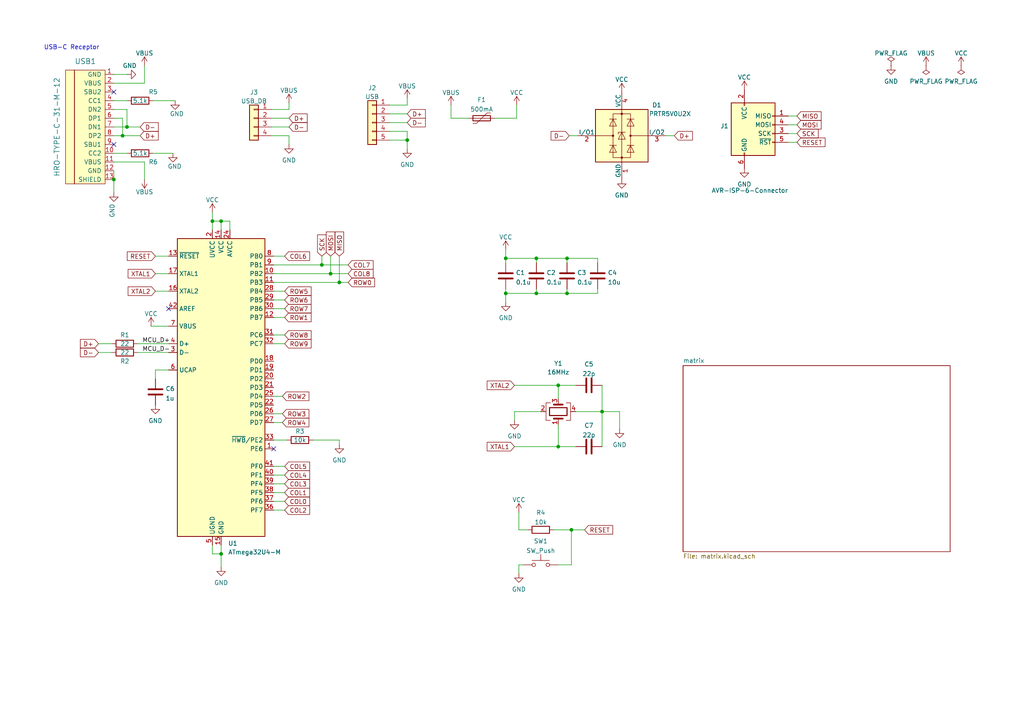
<source format=kicad_sch>
(kicad_sch (version 20211123) (generator eeschema)
  (paper "A4")
  (title_block (title "m0118 Integrated USB") (date "2022-04-28") (rev "1") (comment 1 "MIT License") (comment 2 "Cipulot") (comment 4 "Fixed cable"))
  (lib_symbols
    (symbol "Connector_Generic:Conn_01x04" (pin_names (offset 1.016) hide)
      (property "Reference" "J" (at 0 5.08 0))
      (property "Value" "Conn_01x04" (at 0 -7.62 0))
      (symbol "Conn_01x04_1_1"
        (rectangle (start -1.27 -4.953) (end 0 -5.207) (stroke (width 0.1524)))
        (rectangle (start -1.27 -2.413) (end 0 -2.667) (stroke (width 0.1524)))
        (rectangle (start -1.27 0.127) (end 0 -0.127) (stroke (width 0.1524)))
        (rectangle (start -1.27 2.667) (end 0 2.413) (stroke (width 0.1524)))
        (rectangle (start -1.27 3.81) (end 1.27 -6.35) (stroke (width 0.254)) (fill (type background)))
        (pin passive line (at -5.08 2.54 0) (length 3.81) (name "Pin_1") (number "1"))
        (pin passive line (at -5.08 0 0) (length 3.81) (name "Pin_2") (number "2"))
        (pin passive line (at -5.08 -2.54 0) (length 3.81) (name "Pin_3") (number "3"))
        (pin passive line (at -5.08 -5.08 0) (length 3.81) (name "Pin_4") (number "4"))
      )
    )
    (symbol "Connector_Generic:Conn_01x05" (pin_names (offset 1.016) hide)
      (property "Reference" "J" (at 0 7.62 0))
      (property "Value" "Conn_01x05" (at 0 -7.62 0))
      (symbol "Conn_01x05_1_1"
        (rectangle (start -1.27 -4.953) (end 0 -5.207) (stroke (width 0.1524)))
        (rectangle (start -1.27 -2.413) (end 0 -2.667) (stroke (width 0.1524)))
        (rectangle (start -1.27 0.127) (end 0 -0.127) (stroke (width 0.1524)))
        (rectangle (start -1.27 2.667) (end 0 2.413) (stroke (width 0.1524)))
        (rectangle (start -1.27 5.207) (end 0 4.953) (stroke (width 0.1524)))
        (rectangle (start -1.27 6.35) (end 1.27 -6.35) (stroke (width 0.254)) (fill (type background)))
        (pin passive line (at -5.08 5.08 0) (length 3.81) (name "Pin_1") (number "1"))
        (pin passive line (at -5.08 2.54 0) (length 3.81) (name "Pin_2") (number "2"))
        (pin passive line (at -5.08 0 0) (length 3.81) (name "Pin_3") (number "3"))
        (pin passive line (at -5.08 -2.54 0) (length 3.81) (name "Pin_4") (number "4"))
        (pin passive line (at -5.08 -5.08 0) (length 3.81) (name "Pin_5") (number "5"))
      )
    )
    (symbol "Device:C" (pin_numbers hide) (pin_names (offset 0.254))
      (property "Reference" "C" (at 0.635 2.54 0))
      (property "Value" "C" (at 0.635 -2.54 0))
      (symbol "C_0_1"
        (polyline (pts (xy -2.032 -0.762) (xy 2.032 -0.762)) (stroke (width 0.508)))
        (polyline (pts (xy -2.032 0.762) (xy 2.032 0.762)) (stroke (width 0.508)))
      )
      (symbol "C_1_1"
        (pin passive line (at 0 3.81 270) (length 2.794) (name "~") (number "1"))
        (pin passive line (at 0 -3.81 90) (length 2.794) (name "~") (number "2"))
      )
    )
    (symbol "Device:Crystal_GND24" (pin_names (offset 1.016) hide)
      (property "Reference" "Y" (at 3.175 5.08 0))
      (property "Value" "Crystal_GND24" (at 3.175 3.175 0))
      (symbol "Crystal_GND24_0_1"
        (rectangle (start -1.143 2.54) (end 1.143 -2.54) (stroke (width 0.3048)))
        (polyline (pts (xy -2.54 0) (xy -2.032 0)))
        (polyline (pts (xy -2.032 -1.27) (xy -2.032 1.27)) (stroke (width 0.508)))
        (polyline (pts (xy 0 -3.81) (xy 0 -3.556)))
        (polyline (pts (xy 0 3.556) (xy 0 3.81)))
        (polyline (pts (xy 2.032 -1.27) (xy 2.032 1.27)) (stroke (width 0.508)))
        (polyline (pts (xy 2.032 0) (xy 2.54 0)))
        (polyline (pts (xy -2.54 -2.286) (xy -2.54 -3.556) (xy 2.54 -3.556) (xy 2.54 -2.286)))
        (polyline (pts (xy -2.54 2.286) (xy -2.54 3.556) (xy 2.54 3.556) (xy 2.54 2.286)))
      )
      (symbol "Crystal_GND24_1_1"
        (pin passive line (at -3.81 0 0) (length 1.27) (name "1") (number "1"))
        (pin passive line (at 0 5.08 270) (length 1.27) (name "2") (number "2"))
        (pin passive line (at 3.81 0 180) (length 1.27) (name "3") (number "3"))
        (pin passive line (at 0 -5.08 90) (length 1.27) (name "4") (number "4"))
      )
    )
    (symbol "Device:Polyfuse" (pin_numbers hide) (pin_names (offset 0))
      (property "Reference" "F" (at -2.54 0 90))
      (property "Value" "Polyfuse" (at 2.54 0 90))
      (symbol "Polyfuse_0_1"
        (rectangle (start -0.762 2.54) (end 0.762 -2.54) (stroke (width 0.254)))
        (polyline (pts (xy 0 2.54) (xy 0 -2.54)))
        (polyline (pts (xy -1.524 2.54) (xy -1.524 1.524) (xy 1.524 -1.524) (xy 1.524 -2.54)))
      )
      (symbol "Polyfuse_1_1"
        (pin passive line (at 0 3.81 270) (length 1.27) (name "~") (number "1"))
        (pin passive line (at 0 -3.81 90) (length 1.27) (name "~") (number "2"))
      )
    )
    (symbol "Device:R" (pin_numbers hide) (pin_names (offset 0))
      (property "Reference" "R" (at 2.032 0 90))
      (property "Value" "R" (at 0 0 90))
      (symbol "R_0_1"
        (rectangle (start -1.016 -2.54) (end 1.016 2.54) (stroke (width 0.254)))
      )
      (symbol "R_1_1"
        (pin passive line (at 0 3.81 270) (length 1.27) (name "~") (number "1"))
        (pin passive line (at 0 -3.81 90) (length 1.27) (name "~") (number "2"))
      )
    )
    (symbol "MCU_Microchip_ATmega:ATmega32U4-M"
      (property "Reference" "U" (at -12.7 44.45 0))
      (property "Value" "ATmega32U4-M" (at 2.54 -44.45 0))
      (symbol "ATmega32U4-M_0_1"
        (rectangle (start -12.7 -43.18) (end 12.7 43.18) (stroke (width 0.254)) (fill (type background)))
      )
      (symbol "ATmega32U4-M_1_1"
        (pin bidirectional line (at 15.24 -17.78 180) (length 2.54) (name "PE6") (number "1"))
        (pin bidirectional line (at 15.24 33.02 180) (length 2.54) (name "PB2") (number "10"))
        (pin bidirectional line (at 15.24 30.48 180) (length 2.54) (name "PB3") (number "11"))
        (pin bidirectional line (at 15.24 20.32 180) (length 2.54) (name "PB7") (number "12"))
        (pin input line (at -15.24 38.1 0) (length 2.54) (name "~{RESET}") (number "13"))
        (pin power_in line (at 0 45.72 270) (length 2.54) (name "VCC") (number "14"))
        (pin power_in line (at 0 -45.72 90) (length 2.54) (name "GND") (number "15"))
        (pin output line (at -15.24 27.94 0) (length 2.54) (name "XTAL2") (number "16"))
        (pin input line (at -15.24 33.02 0) (length 2.54) (name "XTAL1") (number "17"))
        (pin bidirectional line (at 15.24 7.62 180) (length 2.54) (name "PD0") (number "18"))
        (pin bidirectional line (at 15.24 5.08 180) (length 2.54) (name "PD1") (number "19"))
        (pin power_in line (at -2.54 45.72 270) (length 2.54) (name "UVCC") (number "2"))
        (pin bidirectional line (at 15.24 2.54 180) (length 2.54) (name "PD2") (number "20"))
        (pin bidirectional line (at 15.24 0 180) (length 2.54) (name "PD3") (number "21"))
        (pin bidirectional line (at 15.24 -5.08 180) (length 2.54) (name "PD5") (number "22"))
        (pin passive line (at 0 -45.72 90) (length 2.54) hide (name "GND") (number "23"))
        (pin power_in line (at 2.54 45.72 270) (length 2.54) (name "AVCC") (number "24"))
        (pin bidirectional line (at 15.24 -2.54 180) (length 2.54) (name "PD4") (number "25"))
        (pin bidirectional line (at 15.24 -7.62 180) (length 2.54) (name "PD6") (number "26"))
        (pin bidirectional line (at 15.24 -10.16 180) (length 2.54) (name "PD7") (number "27"))
        (pin bidirectional line (at 15.24 27.94 180) (length 2.54) (name "PB4") (number "28"))
        (pin bidirectional line (at 15.24 25.4 180) (length 2.54) (name "PB5") (number "29"))
        (pin bidirectional line (at -15.24 10.16 0) (length 2.54) (name "D-") (number "3"))
        (pin bidirectional line (at 15.24 22.86 180) (length 2.54) (name "PB6") (number "30"))
        (pin bidirectional line (at 15.24 15.24 180) (length 2.54) (name "PC6") (number "31"))
        (pin bidirectional line (at 15.24 12.7 180) (length 2.54) (name "PC7") (number "32"))
        (pin bidirectional line (at 15.24 -15.24 180) (length 2.54) (name "~{HWB}/PE2") (number "33"))
        (pin passive line (at 0 45.72 270) (length 2.54) hide (name "VCC") (number "34"))
        (pin passive line (at 0 -45.72 90) (length 2.54) hide (name "GND") (number "35"))
        (pin bidirectional line (at 15.24 -35.56 180) (length 2.54) (name "PF7") (number "36"))
        (pin bidirectional line (at 15.24 -33.02 180) (length 2.54) (name "PF6") (number "37"))
        (pin bidirectional line (at 15.24 -30.48 180) (length 2.54) (name "PF5") (number "38"))
        (pin bidirectional line (at 15.24 -27.94 180) (length 2.54) (name "PF4") (number "39"))
        (pin bidirectional line (at -15.24 12.7 0) (length 2.54) (name "D+") (number "4"))
        (pin bidirectional line (at 15.24 -25.4 180) (length 2.54) (name "PF1") (number "40"))
        (pin bidirectional line (at 15.24 -22.86 180) (length 2.54) (name "PF0") (number "41"))
        (pin passive line (at -15.24 22.86 0) (length 2.54) (name "AREF") (number "42"))
        (pin passive line (at 0 -45.72 90) (length 2.54) hide (name "GND") (number "43"))
        (pin passive line (at 2.54 45.72 270) (length 2.54) hide (name "AVCC") (number "44"))
        (pin passive line (at 0 -45.72 90) (length 2.54) hide (name "GND") (number "45"))
        (pin passive line (at -2.54 -45.72 90) (length 2.54) (name "UGND") (number "5"))
        (pin passive line (at -15.24 5.08 0) (length 2.54) (name "UCAP") (number "6"))
        (pin input line (at -15.24 17.78 0) (length 2.54) (name "VBUS") (number "7"))
        (pin bidirectional line (at 15.24 38.1 180) (length 2.54) (name "PB0") (number "8"))
        (pin bidirectional line (at 15.24 35.56 180) (length 2.54) (name "PB1") (number "9"))
      )
    )
    (symbol "Power_Protection:PRTR5V0U2X" (pin_names (offset 0))
      (property "Reference" "D" (at 2.794 8.636 0))
      (property "Value" "PRTR5V0U2X" (at 8.128 -9.398 0))
      (symbol "PRTR5V0U2X_0_1"
        (rectangle (start -7.62 -7.62) (end 7.62 7.62) (stroke (width 0.254)) (fill (type background)))
        (circle (center -2.54 0) (radius 0.254) (fill (type outline)))
        (rectangle (start -2.54 6.35) (end 2.54 -6.35))
        (circle (center 0 -6.35) (radius 0.254) (fill (type outline)))
        (polyline (pts (xy -2.54 0) (xy -7.62 0)))
        (polyline (pts (xy -1.524 -2.794) (xy -3.556 -2.794)))
        (polyline (pts (xy -1.524 4.826) (xy -3.556 4.826)))
        (polyline (pts (xy 0 -7.62) (xy 0 7.62)))
        (polyline (pts (xy 1.524 -2.794) (xy 3.556 -2.794)))
        (polyline (pts (xy 1.524 4.826) (xy 3.556 4.826)))
        (polyline (pts (xy 2.54 0) (xy 7.62 0)))
        (polyline (pts (xy 1.016 1.016) (xy -1.016 1.016) (xy -1.016 0.508)))
        (polyline (pts (xy -3.556 -4.826) (xy -1.524 -4.826) (xy -2.54 -2.794) (xy -3.556 -4.826)))
        (polyline (pts (xy -3.556 2.794) (xy -1.524 2.794) (xy -2.54 4.826) (xy -3.556 2.794)))
        (polyline (pts (xy -1.016 -1.016) (xy 1.016 -1.016) (xy 0 1.016) (xy -1.016 -1.016)))
        (polyline (pts (xy 3.556 -4.826) (xy 1.524 -4.826) (xy 2.54 -2.794) (xy 3.556 -4.826)))
        (polyline (pts (xy 3.556 2.794) (xy 1.524 2.794) (xy 2.54 4.826) (xy 3.556 2.794)))
        (circle (center 0 6.35) (radius 0.254) (fill (type outline)))
        (circle (center 2.54 0) (radius 0.254) (fill (type outline)))
      )
      (symbol "PRTR5V0U2X_1_1"
        (pin passive line (at 0 -12.7 90) (length 5.08) (name "GND") (number "1"))
        (pin passive line (at -12.7 0 0) (length 5.08) (name "I/O1") (number "2"))
        (pin passive line (at 12.7 0 180) (length 5.08) (name "I/O2") (number "3"))
        (pin passive line (at 0 12.7 270) (length 5.08) (name "VCC") (number "4"))
      )
    )
    (symbol "Switch:SW_Push" (pin_numbers hide) (pin_names (offset 1.016) hide)
      (property "Reference" "SW" (at 1.27 2.54 0))
      (property "Value" "SW_Push" (at 0 -1.524 0))
      (symbol "SW_Push_0_1"
        (circle (center -2.032 0) (radius 0.508))
        (polyline (pts (xy 0 1.27) (xy 0 3.048)))
        (polyline (pts (xy 2.54 1.27) (xy -2.54 1.27)))
        (circle (center 2.032 0) (radius 0.508))
        (pin passive line (at -5.08 0 0) (length 2.54) (name "1") (number "1"))
        (pin passive line (at 5.08 0 180) (length 2.54) (name "2") (number "2"))
      )
    )
    (symbol "cipulot_parts:AVR-ISP-6-Connector" (pin_names (offset 1.016))
      (property "Reference" "J" (at 0 10.16 0))
      (property "Value" "AVR-ISP-6-Connector" (at 0 -7.62 0))
      (symbol "AVR-ISP-6-Connector_0_1"
        (rectangle (start -2.667 -5.588) (end -2.413 -6.35))
        (rectangle (start -2.667 8.89) (end -2.413 8.128))
        (rectangle (start 6.35 -2.413) (end 5.588 -2.667))
        (rectangle (start 6.35 0.127) (end 5.588 -0.127))
        (rectangle (start 6.35 2.667) (end 5.588 2.413))
        (rectangle (start 6.35 5.207) (end 5.588 4.953))
        (rectangle (start 6.35 8.89) (end -6.35 -6.35) (stroke (width 0.254)) (fill (type background)))
      )
      (symbol "AVR-ISP-6-Connector_1_1"
        (pin passive line (at 10.16 5.08 180) (length 3.81) (name "MISO") (number "1"))
        (pin power_in line (at -2.54 12.7 270) (length 3.81) (name "VCC") (number "2"))
        (pin passive line (at 10.16 0 180) (length 3.81) (name "SCK") (number "3"))
        (pin passive line (at 10.16 2.54 180) (length 3.81) (name "MOSI") (number "4"))
        (pin passive line (at 10.16 -2.54 180) (length 3.81) (name "~{RST}") (number "5"))
        (pin power_in line (at -2.54 -10.16 90) (length 3.81) (name "GND") (number "6"))
      )
    )
    (symbol "cipulot_parts:HRO-TYPE-C-31-M-12" (pin_names (offset 1.016))
      (property "Reference" "USB" (at -5.08 16.51 0))
      (property "Value" "HRO-TYPE-C-31-M-12" (at -10.16 -1.27 90))
      (symbol "HRO-TYPE-C-31-M-12_0_1"
        (rectangle (start -11.43 15.24) (end -8.89 -17.78) (fill (type background)))
        (rectangle (start 0 -17.78) (end -8.89 15.24) (fill (type background)))
      )
      (symbol "HRO-TYPE-C-31-M-12_1_1"
        (pin input line (at 2.54 13.97 180) (length 2.54) (name "GND") (number "1"))
        (pin input line (at 2.54 -8.89 180) (length 2.54) (name "CC2") (number "10"))
        (pin input line (at 2.54 -11.43 180) (length 2.54) (name "VBUS") (number "11"))
        (pin input line (at 2.54 -13.97 180) (length 2.54) (name "GND") (number "12"))
        (pin input line (at 2.54 -16.51 180) (length 2.54) (name "SHIELD") (number "13"))
        (pin input line (at 2.54 11.43 180) (length 2.54) (name "VBUS") (number "2"))
        (pin input line (at 2.54 8.89 180) (length 2.54) (name "SBU2") (number "3"))
        (pin input line (at 2.54 6.35 180) (length 2.54) (name "CC1") (number "4"))
        (pin input line (at 2.54 3.81 180) (length 2.54) (name "DN2") (number "5"))
        (pin input line (at 2.54 1.27 180) (length 2.54) (name "DP1") (number "6"))
        (pin input line (at 2.54 -1.27 180) (length 2.54) (name "DN1") (number "7"))
        (pin input line (at 2.54 -3.81 180) (length 2.54) (name "DP2") (number "8"))
        (pin input line (at 2.54 -6.35 180) (length 2.54) (name "SBU1") (number "9"))
      )
    )
    (symbol "power:GND" (power) (pin_names (offset 0))
      (property "Value" "GND" (at 0 -3.81 0))
      (symbol "GND_0_1"
        (polyline (pts (xy 0 0) (xy 0 -1.27) (xy 1.27 -1.27) (xy 0 -2.54) (xy -1.27 -1.27) (xy 0 -1.27)))
      )
      (symbol "GND_1_1"
        (pin power_in line (at 0 0 270) (length 0) hide (name "GND") (number "1"))
      )
    )
    (symbol "power:PWR_FLAG" (power) (pin_numbers hide) (pin_names (offset 0) hide)
      (property "Value" "PWR_FLAG" (at 0 3.81 0))
      (symbol "PWR_FLAG_0_0"
        (pin power_out line (at 0 0 90) (length 0) (name "pwr") (number "1"))
      )
      (symbol "PWR_FLAG_0_1"
        (polyline (pts (xy 0 0) (xy 0 1.27) (xy -1.016 1.905) (xy 0 2.54) (xy 1.016 1.905) (xy 0 1.27)))
      )
    )
    (symbol "power:VBUS" (power) (pin_names (offset 0))
      (property "Value" "VBUS" (at 0 3.81 0))
      (symbol "VBUS_0_1"
        (polyline (pts (xy -0.762 1.27) (xy 0 2.54)))
        (polyline (pts (xy 0 0) (xy 0 2.54)))
        (polyline (pts (xy 0 2.54) (xy 0.762 1.27)))
      )
      (symbol "VBUS_1_1"
        (pin power_in line (at 0 0 90) (length 0) hide (name "VBUS") (number "1"))
      )
    )
    (symbol "power:VCC" (power) (pin_names (offset 0))
      (property "Value" "VCC" (at 0 3.81 0))
      (symbol "VCC_0_1"
        (polyline (pts (xy -0.762 1.27) (xy 0 2.54)))
        (polyline (pts (xy 0 0) (xy 0 2.54)))
        (polyline (pts (xy 0 2.54) (xy 0.762 1.27)))
      )
      (symbol "VCC_1_1"
        (pin power_in line (at 0 0 90) (length 0) hide (name "VCC") (number "1"))
      )
    )
  )
  (junction (at 164.465 74.93))
  (junction (at 118.11 40.64))
  (junction (at 155.575 85.09))
  (junction (at 35.56 39.37))
  (junction (at 146.685 74.93))
  (junction (at 33.02 52.07))
  (junction (at 165.735 153.67))
  (junction (at 95.885 79.375))
  (junction (at 61.595 64.135))
  (junction (at 161.925 111.76))
  (junction (at 64.135 64.135))
  (junction (at 36.83 36.83))
  (junction (at 164.465 85.09))
  (junction (at 64.135 160.655))
  (junction (at 146.685 85.09))
  (junction (at 174.625 119.38))
  (junction (at 155.575 74.93))
  (junction (at 93.345 76.835))
  (junction (at 98.425 81.915))
  (junction (at 161.925 129.54))
  (no_connect (at 33.02 41.91))
  (no_connect (at 79.375 130.175))
  (no_connect (at 48.895 89.535))
  (no_connect (at 33.02 26.67))
  (wire (pts (xy 95.885 79.375) (xy 100.965 79.375)))
  (wire (pts (xy 64.135 64.135) (xy 61.595 64.135)))
  (wire (pts (xy 173.355 85.09) (xy 164.465 85.09)))
  (wire (pts (xy 149.86 34.29) (xy 149.86 30.48)))
  (wire (pts (xy 165.735 153.67) (xy 169.545 153.67)))
  (wire (pts (xy 79.375 86.995) (xy 82.55 86.995)))
  (wire (pts (xy 113.03 38.1) (xy 118.11 38.1)))
  (wire (pts (xy 164.465 83.82) (xy 164.465 85.09)))
  (wire (pts (xy 98.425 81.915) (xy 100.965 81.915)))
  (wire (pts (xy 150.495 148.59) (xy 150.495 153.67)))
  (wire (pts (xy 149.225 129.54) (xy 161.925 129.54)))
  (wire (pts (xy 61.595 158.115) (xy 61.595 160.655)))
  (wire (pts (xy 130.81 30.48) (xy 130.81 34.29)))
  (wire (pts (xy 45.085 84.455) (xy 48.895 84.455)))
  (wire (pts (xy 118.11 33.02) (xy 113.03 33.02)))
  (wire (pts (xy 173.355 83.82) (xy 173.355 85.09)))
  (wire (pts (xy 150.495 153.67) (xy 153.035 153.67)))
  (wire (pts (xy 79.375 99.695) (xy 82.55 99.695)))
  (wire (pts (xy 228.6 36.195) (xy 231.14 36.195)))
  (wire (pts (xy 155.575 74.93) (xy 155.575 76.2)))
  (wire (pts (xy 82.55 92.075) (xy 79.375 92.075)))
  (wire (pts (xy 161.925 111.76) (xy 161.925 115.57)))
  (wire (pts (xy 228.6 41.275) (xy 231.14 41.275)))
  (wire (pts (xy 79.375 84.455) (xy 82.55 84.455)))
  (wire (pts (xy 28.575 99.695) (xy 32.385 99.695)))
  (wire (pts (xy 79.375 97.155) (xy 82.55 97.155)))
  (wire (pts (xy 118.11 40.64) (xy 118.11 43.18)))
  (wire (pts (xy 33.02 49.53) (xy 33.02 52.07)))
  (wire (pts (xy 82.55 145.415) (xy 79.375 145.415)))
  (wire (pts (xy 161.925 123.19) (xy 161.925 129.54)))
  (wire (pts (xy 66.675 66.675) (xy 66.675 64.135)))
  (wire (pts (xy 93.345 76.835) (xy 100.965 76.835)))
  (wire (pts (xy 173.355 74.93) (xy 164.465 74.93)))
  (wire (pts (xy 33.02 44.45) (xy 36.83 44.45)))
  (wire (pts (xy 98.425 74.295) (xy 98.425 81.915)))
  (wire (pts (xy 61.595 160.655) (xy 64.135 160.655)))
  (wire (pts (xy 44.45 29.21) (xy 50.8 29.21)))
  (wire (pts (xy 82.55 135.255) (xy 79.375 135.255)))
  (wire (pts (xy 82.55 137.795) (xy 79.375 137.795)))
  (wire (pts (xy 35.56 39.37) (xy 40.64 39.37)))
  (wire (pts (xy 118.11 35.56) (xy 113.03 35.56)))
  (wire (pts (xy 40.005 99.695) (xy 48.895 99.695)))
  (wire (pts (xy 33.02 31.75) (xy 36.83 31.75)))
  (wire (pts (xy 79.375 122.555) (xy 81.915 122.555)))
  (wire (pts (xy 36.83 36.83) (xy 40.64 36.83)))
  (wire (pts (xy 161.925 129.54) (xy 167.005 129.54)))
  (wire (pts (xy 64.135 158.115) (xy 64.135 160.655)))
  (wire (pts (xy 83.82 34.29) (xy 78.74 34.29)))
  (wire (pts (xy 28.575 102.235) (xy 32.385 102.235)))
  (wire (pts (xy 149.225 111.76) (xy 161.925 111.76)))
  (wire (pts (xy 161.925 111.76) (xy 167.005 111.76)))
  (wire (pts (xy 118.11 28.575) (xy 118.11 30.48)))
  (wire (pts (xy 45.085 74.295) (xy 48.895 74.295)))
  (wire (pts (xy 143.51 34.29) (xy 149.86 34.29)))
  (wire (pts (xy 146.685 83.82) (xy 146.685 85.09)))
  (wire (pts (xy 66.675 64.135) (xy 64.135 64.135)))
  (wire (pts (xy 36.83 31.75) (xy 36.83 36.83)))
  (wire (pts (xy 95.885 74.295) (xy 95.885 79.375)))
  (wire (pts (xy 33.02 36.83) (xy 36.83 36.83)))
  (wire (pts (xy 45.085 79.375) (xy 48.895 79.375)))
  (wire (pts (xy 164.465 74.93) (xy 155.575 74.93)))
  (wire (pts (xy 79.375 114.935) (xy 81.915 114.935)))
  (wire (pts (xy 174.625 111.76) (xy 174.625 119.38)))
  (wire (pts (xy 33.02 39.37) (xy 35.56 39.37)))
  (wire (pts (xy 82.55 142.875) (xy 79.375 142.875)))
  (wire (pts (xy 79.375 81.915) (xy 98.425 81.915)))
  (wire (pts (xy 118.11 38.1) (xy 118.11 40.64)))
  (wire (pts (xy 146.685 74.93) (xy 146.685 72.39)))
  (wire (pts (xy 83.82 39.37) (xy 83.82 41.91)))
  (wire (pts (xy 61.595 64.135) (xy 61.595 66.675)))
  (wire (pts (xy 41.91 46.99) (xy 41.91 52.07)))
  (wire (pts (xy 33.02 24.13) (xy 41.91 24.13)))
  (wire (pts (xy 150.495 163.83) (xy 151.765 163.83)))
  (wire (pts (xy 193.04 39.37) (xy 195.58 39.37)))
  (wire (pts (xy 45.085 109.855) (xy 45.085 107.315)))
  (wire (pts (xy 173.355 76.2) (xy 173.355 74.93)))
  (wire (pts (xy 61.595 61.595) (xy 61.595 64.135)))
  (wire (pts (xy 83.82 31.75) (xy 78.74 31.75)))
  (wire (pts (xy 167.005 119.38) (xy 174.625 119.38)))
  (wire (pts (xy 164.465 85.09) (xy 155.575 85.09)))
  (wire (pts (xy 35.56 34.29) (xy 35.56 39.37)))
  (wire (pts (xy 146.685 85.09) (xy 146.685 87.63)))
  (wire (pts (xy 45.085 107.315) (xy 48.895 107.315)))
  (wire (pts (xy 82.55 74.295) (xy 79.375 74.295)))
  (wire (pts (xy 150.495 166.37) (xy 150.495 163.83)))
  (wire (pts (xy 90.805 127.635) (xy 98.425 127.635)))
  (wire (pts (xy 33.02 34.29) (xy 35.56 34.29)))
  (wire (pts (xy 79.375 89.535) (xy 82.55 89.535)))
  (wire (pts (xy 155.575 74.93) (xy 146.685 74.93)))
  (wire (pts (xy 78.74 39.37) (xy 83.82 39.37)))
  (wire (pts (xy 40.005 102.235) (xy 48.895 102.235)))
  (wire (pts (xy 228.6 33.655) (xy 231.14 33.655)))
  (wire (pts (xy 33.02 21.59) (xy 36.83 21.59)))
  (wire (pts (xy 64.135 160.655) (xy 64.135 164.465)))
  (wire (pts (xy 165.735 163.83) (xy 161.925 163.83)))
  (wire (pts (xy 82.55 140.335) (xy 79.375 140.335)))
  (wire (pts (xy 33.02 46.99) (xy 41.91 46.99)))
  (wire (pts (xy 160.655 153.67) (xy 165.735 153.67)))
  (wire (pts (xy 33.02 29.21) (xy 36.83 29.21)))
  (wire (pts (xy 64.135 64.135) (xy 64.135 66.675)))
  (wire (pts (xy 33.02 52.07) (xy 33.02 55.88)))
  (wire (pts (xy 149.225 119.38) (xy 156.845 119.38)))
  (wire (pts (xy 155.575 83.82) (xy 155.575 85.09)))
  (wire (pts (xy 164.465 74.93) (xy 164.465 76.2)))
  (wire (pts (xy 113.03 40.64) (xy 118.11 40.64)))
  (wire (pts (xy 79.375 76.835) (xy 93.345 76.835)))
  (wire (pts (xy 41.91 24.13) (xy 41.91 19.05)))
  (wire (pts (xy 228.6 38.735) (xy 231.14 38.735)))
  (wire (pts (xy 79.375 127.635) (xy 83.185 127.635)))
  (wire (pts (xy 93.345 74.295) (xy 93.345 76.835)))
  (wire (pts (xy 155.575 85.09) (xy 146.685 85.09)))
  (wire (pts (xy 82.55 147.955) (xy 79.375 147.955)))
  (wire (pts (xy 83.82 29.845) (xy 83.82 31.75)))
  (wire (pts (xy 174.625 119.38) (xy 174.625 129.54)))
  (wire (pts (xy 43.815 94.615) (xy 48.895 94.615)))
  (wire (pts (xy 118.11 30.48) (xy 113.03 30.48)))
  (wire (pts (xy 146.685 74.93) (xy 146.685 76.2)))
  (wire (pts (xy 79.375 79.375) (xy 95.885 79.375)))
  (wire (pts (xy 44.45 44.45) (xy 50.165 44.45)))
  (wire (pts (xy 79.375 120.015) (xy 81.915 120.015)))
  (wire (pts (xy 179.705 119.38) (xy 179.705 124.46)))
  (wire (pts (xy 83.82 36.83) (xy 78.74 36.83)))
  (wire (pts (xy 174.625 119.38) (xy 179.705 119.38)))
  (wire (pts (xy 130.81 34.29) (xy 135.89 34.29)))
  (wire (pts (xy 165.1 39.37) (xy 167.64 39.37)))
  (wire (pts (xy 98.425 127.635) (xy 98.425 128.905)))
  (wire (pts (xy 165.735 153.67) (xy 165.735 163.83)))
  (wire (pts (xy 149.225 121.92) (xy 149.225 119.38)))
  (text "USB-C Receptor" (at 12.7 14.605 0) (effects (font (size 1.27 1.27)) (justify left bottom)))
  (label "MCU_D+" (at 41.275 99.695 0))
  (label "MCU_D-" (at 41.275 102.235 0))
  (global_label "ROW1" (shape input) (at 82.55 92.075 0) (property "Intersheet References" "${INTERSHEET_REFS}" (effects hide)))
  (global_label "COL7" (shape input) (at 100.965 76.835 0) (property "Intersheet References" "${INTERSHEET_REFS}" (effects hide)))
  (global_label "D-" (shape input) (at 165.1 39.37 180) (property "Intersheet References" "${INTERSHEET_REFS}" (effects hide)))
  (global_label "D+" (shape input) (at 28.575 99.695 180) (property "Intersheet References" "${INTERSHEET_REFS}" (effects hide)))
  (global_label "COL6" (shape input) (at 82.55 74.295 0) (property "Intersheet References" "${INTERSHEET_REFS}" (effects hide)))
  (global_label "D+" (shape input) (at 195.58 39.37 0) (property "Intersheet References" "${INTERSHEET_REFS}" (effects hide)))
  (global_label "COL5" (shape input) (at 82.55 135.255 0) (property "Intersheet References" "${INTERSHEET_REFS}" (effects hide)))
  (global_label "COL0" (shape input) (at 82.55 145.415 0) (property "Intersheet References" "${INTERSHEET_REFS}" (effects hide)))
  (global_label "D-" (shape input) (at 118.11 35.56 0) (property "Intersheet References" "${INTERSHEET_REFS}" (effects hide)))
  (global_label "MOSI" (shape input) (at 231.14 36.195 0) (property "Intersheet References" "${INTERSHEET_REFS}" (effects hide)))
  (global_label "RESET" (shape input) (at 231.14 41.275 0) (property "Intersheet References" "${INTERSHEET_REFS}" (effects hide)))
  (global_label "ROW8" (shape input) (at 82.55 97.155 0) (property "Intersheet References" "${INTERSHEET_REFS}" (effects hide)))
  (global_label "ROW6" (shape input) (at 82.55 86.995 0) (property "Intersheet References" "${INTERSHEET_REFS}" (effects hide)))
  (global_label "ROW9" (shape input) (at 82.55 99.695 0) (property "Intersheet References" "${INTERSHEET_REFS}" (effects hide)))
  (global_label "D+" (shape input) (at 83.82 34.29 0) (property "Intersheet References" "${INTERSHEET_REFS}" (effects hide)))
  (global_label "D-" (shape input) (at 40.64 36.83 0) (property "Intersheet References" "${INTERSHEET_REFS}" (effects hide)))
  (global_label "ROW5" (shape input) (at 82.55 84.455 0) (property "Intersheet References" "${INTERSHEET_REFS}" (effects hide)))
  (global_label "RESET" (shape input) (at 169.545 153.67 0) (property "Intersheet References" "${INTERSHEET_REFS}" (effects hide)))
  (global_label "ROW7" (shape input) (at 82.55 89.535 0) (property "Intersheet References" "${INTERSHEET_REFS}" (effects hide)))
  (global_label "XTAL2" (shape input) (at 149.225 111.76 180) (property "Intersheet References" "${INTERSHEET_REFS}" (effects hide)))
  (global_label "XTAL1" (shape input) (at 45.085 79.375 180) (property "Intersheet References" "${INTERSHEET_REFS}" (effects hide)))
  (global_label "COL4" (shape input) (at 82.55 137.795 0) (property "Intersheet References" "${INTERSHEET_REFS}" (effects hide)))
  (global_label "SCK" (shape input) (at 93.345 74.295 90) (property "Intersheet References" "${INTERSHEET_REFS}" (effects hide)))
  (global_label "D+" (shape input) (at 40.64 39.37 0) (property "Intersheet References" "${INTERSHEET_REFS}" (effects hide)))
  (global_label "MOSI" (shape input) (at 95.885 74.295 90) (property "Intersheet References" "${INTERSHEET_REFS}" (effects hide)))
  (global_label "SCK" (shape input) (at 231.14 38.735 0) (property "Intersheet References" "${INTERSHEET_REFS}" (effects hide)))
  (global_label "XTAL1" (shape input) (at 149.225 129.54 180) (property "Intersheet References" "${INTERSHEET_REFS}" (effects hide)))
  (global_label "ROW3" (shape input) (at 81.915 120.015 0) (property "Intersheet References" "${INTERSHEET_REFS}" (effects hide)))
  (global_label "ROW0" (shape input) (at 100.965 81.915 0) (property "Intersheet References" "${INTERSHEET_REFS}" (effects hide)))
  (global_label "RESET" (shape input) (at 45.085 74.295 180) (property "Intersheet References" "${INTERSHEET_REFS}" (effects hide)))
  (global_label "D-" (shape input) (at 28.575 102.235 180) (property "Intersheet References" "${INTERSHEET_REFS}" (effects hide)))
  (global_label "MISO" (shape input) (at 98.425 74.295 90) (property "Intersheet References" "${INTERSHEET_REFS}" (effects hide)))
  (global_label "ROW2" (shape input) (at 81.915 114.935 0) (property "Intersheet References" "${INTERSHEET_REFS}" (effects hide)))
  (global_label "MISO" (shape input) (at 231.14 33.655 0) (property "Intersheet References" "${INTERSHEET_REFS}" (effects hide)))
  (global_label "D+" (shape input) (at 118.11 33.02 0) (property "Intersheet References" "${INTERSHEET_REFS}" (effects hide)))
  (global_label "COL8" (shape input) (at 100.965 79.375 0) (property "Intersheet References" "${INTERSHEET_REFS}" (effects hide)))
  (global_label "D-" (shape input) (at 83.82 36.83 0) (property "Intersheet References" "${INTERSHEET_REFS}" (effects hide)))
  (global_label "ROW4" (shape input) (at 81.915 122.555 0) (property "Intersheet References" "${INTERSHEET_REFS}" (effects hide)))
  (global_label "COL3" (shape input) (at 82.55 140.335 0) (property "Intersheet References" "${INTERSHEET_REFS}" (effects hide)))
  (global_label "COL1" (shape input) (at 82.55 142.875 0) (property "Intersheet References" "${INTERSHEET_REFS}" (effects hide)))
  (global_label "COL2" (shape input) (at 82.55 147.955 0) (property "Intersheet References" "${INTERSHEET_REFS}" (effects hide)))
  (global_label "XTAL2" (shape input) (at 45.085 84.455 180) (property "Intersheet References" "${INTERSHEET_REFS}" (effects hide)))
  (symbol (lib_id "Device:R") (at 36.195 99.695 90) (unit 1)
    (property "Reference" "R1" (at 36.195 97.155 90))
    (property "Value" "22" (at 36.195 99.695 90))
    (property "Footprint" "Resistor_SMD:R_0805_2012Metric" (effects hide))
  )
  (symbol (lib_id "Power_Protection:PRTR5V0U2X") (at 180.34 39.37 0) (unit 1)
    (property "Reference" "D1" (at 190.5 30.48 0))
    (property "Value" "PRTR5V0U2X" (at 194.31 33.02 0))
    (property "Footprint" "Package_TO_SOT_SMD:SOT-143" (effects hide))
    (property "Datasheet" "https://assets.nexperia.com/documents/data-sheet/PRTR5V0U2X.pdf" (effects hide))
  )
  (symbol (lib_id "power:GND") (at 258.445 19.05 0) (unit 1)
    (property "Reference" "#PWR03" (effects hide))
    (property "Value" "GND" (at 258.445 23.6125 0))
  )
  (symbol (lib_id "cipulot_parts:HRO-TYPE-C-31-M-12") (at 30.48 35.56 0) (unit 1)
    (property "Reference" "USB1" (at 24.765 17.78 0) (effects (font (size 1.524 1.524))))
    (property "Value" "HRO-TYPE-C-31-M-12" (at 16.51 36.83 90) (effects (font (size 1.524 1.524))))
    (property "Footprint" "cipulot_parts:HRO-TYPE-C-31-M-12-Assembly" (effects hide))
  )
  (symbol (lib_id "power:GND") (at 33.02 55.88 0) (unit 1)
    (property "Reference" "#PWR028" (effects hide))
    (property "Value" "GND" (at 32.541 59.055 90) (effects (justify right)))
  )
  (symbol (lib_id "power:PWR_FLAG") (at 268.605 19.05 180) (unit 1)
    (property "Reference" "#FLG02" (effects hide))
    (property "Value" "PWR_FLAG" (at 268.605 23.6125 0))
  )
  (symbol (lib_id "power:VBUS") (at 118.11 28.575 0) (unit 1)
    (property "Reference" "#PWR08" (effects hide))
    (property "Value" "VBUS" (at 118.11 24.9705 0))
  )
  (symbol (lib_id "power:VCC") (at 149.86 30.48 0) (unit 1)
    (property "Reference" "#PWR07" (effects hide))
    (property "Value" "VCC" (at 149.86 26.8755 0))
  )
  (symbol (lib_id "power:GND") (at 179.705 124.46 0) (unit 1)
    (property "Reference" "#PWR018" (effects hide))
    (property "Value" "GND" (at 179.705 129.0225 0))
  )
  (symbol (lib_id "power:GND") (at 50.8 29.21 0) (unit 1)
    (property "Reference" "#PWR025" (effects hide))
    (property "Value" "GND" (at 53.34 33.02 0) (effects (justify right)))
  )
  (symbol (lib_id "power:GND") (at 36.83 21.59 90) (unit 1)
    (property "Reference" "#PWR024" (effects hide))
    (property "Value" "GND" (at 35.56 19.05 90) (effects (justify right)))
  )
  (symbol (lib_id "power:VCC") (at 278.765 19.05 0) (unit 1)
    (property "Reference" "#PWR05" (effects hide))
    (property "Value" "VCC" (at 278.765 15.4455 0))
  )
  (symbol (lib_id "power:VCC") (at 146.685 72.39 0) (unit 1)
    (property "Reference" "#PWR013" (effects hide))
    (property "Value" "VCC" (at 146.685 68.7855 0))
  )
  (symbol (lib_id "power:VBUS") (at 130.81 30.48 0) (unit 1)
    (property "Reference" "#PWR06" (effects hide))
    (property "Value" "VBUS" (at 130.81 26.8755 0))
  )
  (symbol (lib_id "power:PWR_FLAG") (at 258.445 19.05 0) (unit 1)
    (property "Reference" "#FLG01" (effects hide))
    (property "Value" "PWR_FLAG" (at 258.445 15.4455 0))
  )
  (symbol (lib_id "power:VBUS") (at 83.82 29.845 0) (unit 1)
    (property "Reference" "#PWR0101" (effects hide))
    (property "Value" "VBUS" (at 83.82 26.2405 0))
  )
  (symbol (lib_id "power:VCC") (at 61.595 61.595 0) (unit 1)
    (property "Reference" "#PWR012" (effects hide))
    (property "Value" "VCC" (at 61.595 57.9905 0))
  )
  (symbol (lib_id "power:GND") (at 146.685 87.63 0) (unit 1)
    (property "Reference" "#PWR014" (effects hide))
    (property "Value" "GND" (at 146.685 92.1925 0))
  )
  (symbol (lib_id "power:GND") (at 118.11 43.18 0) (unit 1)
    (property "Reference" "#PWR011" (effects hide))
    (property "Value" "GND" (at 118.11 47.7425 0))
  )
  (symbol (lib_id "power:GND") (at 64.135 164.465 0) (unit 1)
    (property "Reference" "#PWR021" (effects hide))
    (property "Value" "GND" (at 64.135 169.0275 0))
  )
  (symbol (lib_id "power:GND") (at 149.225 121.92 0) (unit 1)
    (property "Reference" "#PWR017" (effects hide))
    (property "Value" "GND" (at 149.225 126.4825 0))
  )
  (symbol (lib_id "power:GND") (at 150.495 166.37 0) (unit 1)
    (property "Reference" "#PWR022" (effects hide))
    (property "Value" "GND" (at 150.495 170.9325 0))
  )
  (symbol (lib_id "Device:C") (at 170.815 129.54 270) (unit 1)
    (property "Reference" "C7" (at 170.815 123.4145 90))
    (property "Value" "22p" (at 170.815 126.1896 90))
    (property "Footprint" "Capacitor_SMD:C_0805_2012Metric" (effects hide))
  )
  (symbol (lib_id "Device:C") (at 170.815 111.76 270) (unit 1)
    (property "Reference" "C5" (at 170.815 105.6345 90))
    (property "Value" "22p" (at 170.815 108.4096 90))
    (property "Footprint" "Capacitor_SMD:C_0805_2012Metric" (effects hide))
  )
  (symbol (lib_id "Device:Polyfuse") (at 139.7 34.29 270) (unit 1)
    (property "Reference" "F1" (at 139.7 28.9265 90))
    (property "Value" "500mA" (at 139.7 31.7016 90))
    (property "Footprint" "Fuse:Fuse_1206_3216Metric" (effects hide))
  )
  (symbol (lib_id "power:GND") (at 215.9 48.895 0) (unit 1)
    (property "Reference" "#PWR09" (effects hide))
    (property "Value" "GND" (at 215.9 53.4575 0))
  )
  (symbol (lib_id "Connector_Generic:Conn_01x05") (at 107.95 35.56 0) (mirror y) (unit 1)
    (property "Reference" "J2" (at 107.95 25.5102 0))
    (property "Value" "USB" (at 107.95 28.0471 0))
    (property "Footprint" "Connector_PinHeader_2.54mm:PinHeader_1x05_P2.54mm_Vertical" (effects hide))
  )
  (symbol (lib_id "power:VCC") (at 180.34 26.67 0) (unit 1)
    (property "Reference" "#PWR02" (effects hide))
    (property "Value" "VCC" (at 180.34 23.0655 0))
  )
  (symbol (lib_id "Connector_Generic:Conn_01x04") (at 73.66 34.29 0) (mirror y) (unit 1)
    (property "Reference" "J3" (at 73.66 26.7802 0))
    (property "Value" "USB_DB" (at 73.66 29.3171 0))
    (property "Footprint" "Connector_PinHeader_2.54mm:PinHeader_1x04_P2.54mm_Vertical" (effects hide))
  )
  (symbol (lib_id "Device:R") (at 40.64 44.45 90) (unit 1)
    (property "Reference" "R6" (at 44.45 46.99 90))
    (property "Value" "5.1k" (at 40.64 44.45 90))
    (property "Footprint" "Resistor_SMD:R_0603_1608Metric" (effects hide))
  )
  (symbol (lib_id "power:VBUS") (at 41.91 52.07 180) (unit 1)
    (property "Reference" "#PWR027" (effects hide))
    (property "Value" "VBUS" (at 41.91 55.6745 0))
  )
  (symbol (lib_id "power:VCC") (at 215.9 26.035 0) (unit 1)
    (property "Reference" "#PWR01" (effects hide))
    (property "Value" "VCC" (at 215.9 22.4305 0))
  )
  (symbol (lib_id "cipulot_parts:AVR-ISP-6-Connector") (at 218.44 38.735 0) (unit 1)
    (property "Reference" "J1" (at 211.3281 36.5565 0) (effects (justify right)))
    (property "Value" "AVR-ISP-6-Connector" (at 228.6 55.245 0) (effects (justify right)))
    (property "Footprint" "cipulot_parts:Reset_Pretty" (effects hide))
  )
  (symbol (lib_id "Device:C") (at 146.685 80.01 0) (unit 1)
    (property "Reference" "C1" (at 149.606 79.1015 0) (effects (justify left)))
    (property "Value" "0.1u" (at 149.606 81.8766 0) (effects (justify left)))
    (property "Footprint" "Capacitor_SMD:C_0805_2012Metric" (effects hide))
  )
  (symbol (lib_id "power:VCC") (at 150.495 148.59 0) (unit 1)
    (property "Reference" "#PWR020" (effects hide))
    (property "Value" "VCC" (at 150.495 144.9855 0))
  )
  (symbol (lib_id "power:GND") (at 45.085 117.475 0) (unit 1)
    (property "Reference" "#PWR016" (effects hide))
    (property "Value" "GND" (at 45.085 122.0375 0))
  )
  (symbol (lib_id "Device:C") (at 164.465 80.01 0) (unit 1)
    (property "Reference" "C3" (at 167.386 79.1015 0) (effects (justify left)))
    (property "Value" "0.1u" (at 167.386 81.8766 0) (effects (justify left)))
    (property "Footprint" "Capacitor_SMD:C_0805_2012Metric" (effects hide))
  )
  (symbol (lib_id "Device:Crystal_GND24") (at 161.925 119.38 90) (unit 1)
    (property "Reference" "Y1" (at 161.925 105.41 90))
    (property "Value" "16MHz" (at 161.925 107.95 90))
    (property "Footprint" "cipulot_parts:Crystal_SMD_3225-4pin_3.2x2.5mm" (effects hide))
  )
  (symbol (lib_id "power:GND") (at 83.82 41.91 0) (unit 1)
    (property "Reference" "#PWR0102" (effects hide))
    (property "Value" "GND" (at 83.82 46.4725 0))
  )
  (symbol (lib_id "Device:C") (at 173.355 80.01 0) (unit 1)
    (property "Reference" "C4" (at 176.276 79.1015 0) (effects (justify left)))
    (property "Value" "10u" (at 176.276 81.8766 0) (effects (justify left)))
    (property "Footprint" "Capacitor_SMD:C_0805_2012Metric" (effects hide))
  )
  (symbol (lib_id "power:PWR_FLAG") (at 278.765 19.05 180) (unit 1)
    (property "Reference" "#FLG03" (effects hide))
    (property "Value" "PWR_FLAG" (at 278.765 23.6125 0))
  )
  (symbol (lib_id "power:GND") (at 50.165 44.45 0) (unit 1)
    (property "Reference" "#PWR026" (effects hide))
    (property "Value" "GND" (at 52.705 48.26 0) (effects (justify right)))
  )
  (symbol (lib_id "Device:R") (at 36.195 102.235 90) (unit 1)
    (property "Reference" "R2" (at 36.195 104.775 90))
    (property "Value" "22" (at 36.195 102.235 90))
    (property "Footprint" "Resistor_SMD:R_0805_2012Metric" (effects hide))
  )
  (symbol (lib_id "Device:R") (at 40.64 29.21 270) (unit 1)
    (property "Reference" "R5" (at 44.45 26.67 90))
    (property "Value" "5.1k" (at 40.64 29.21 90))
    (property "Footprint" "Resistor_SMD:R_0603_1608Metric" (effects hide))
  )
  (symbol (lib_id "power:VBUS") (at 41.91 19.05 0) (unit 1)
    (property "Reference" "#PWR023" (effects hide))
    (property "Value" "VBUS" (at 41.91 15.4455 0))
  )
  (symbol (lib_id "Device:C") (at 45.085 113.665 0) (unit 1)
    (property "Reference" "C6" (at 48.006 112.7565 0) (effects (justify left)))
    (property "Value" "1u" (at 48.006 115.5316 0) (effects (justify left)))
    (property "Footprint" "Capacitor_SMD:C_0805_2012Metric" (effects hide))
  )
  (symbol (lib_id "Device:R") (at 156.845 153.67 90) (unit 1)
    (property "Reference" "R4" (at 156.845 148.6875 90))
    (property "Value" "10k" (at 156.845 151.4626 90))
    (property "Footprint" "Resistor_SMD:R_0805_2012Metric" (effects hide))
  )
  (symbol (lib_id "MCU_Microchip_ATmega:ATmega32U4-M") (at 64.135 112.395 0) (unit 1)
    (property "Reference" "U1" (at 66.1544 157.6054 0) (effects (justify left)))
    (property "Value" "ATmega32U4-M" (at 66.1544 160.1423 0) (effects (justify left)))
    (property "Footprint" "Package_DFN_QFN:QFN-44-1EP_7x7mm_P0.5mm_EP5.2x5.2mm" (effects hide))
    (property "Datasheet" "http://ww1.microchip.com/downloads/en/DeviceDoc/Atmel-7766-8-bit-AVR-ATmega16U4-32U4_Datasheet.pdf" (effects hide))
  )
  (symbol (lib_id "Device:R") (at 86.995 127.635 90) (unit 1)
    (property "Reference" "R3" (at 86.995 125.095 90))
    (property "Value" "10k" (at 86.995 127.635 90))
    (property "Footprint" "Resistor_SMD:R_0805_2012Metric" (effects hide))
  )
  (symbol (lib_id "Switch:SW_Push") (at 156.845 163.83 0) (unit 1)
    (property "Reference" "SW1" (at 156.845 156.9425 0))
    (property "Value" "SW_Push" (at 156.845 159.7176 0))
    (property "Footprint" "Connector_PinHeader_2.54mm:PinHeader_1x02_P2.54mm_Vertical" (effects hide))
  )
  (symbol (lib_id "Device:C") (at 155.575 80.01 0) (unit 1)
    (property "Reference" "C2" (at 158.496 79.1015 0) (effects (justify left)))
    (property "Value" "0.1u" (at 158.496 81.8766 0) (effects (justify left)))
    (property "Footprint" "Capacitor_SMD:C_0805_2012Metric" (effects hide))
  )
  (symbol (lib_id "power:VCC") (at 43.815 94.615 0) (unit 1)
    (property "Reference" "#PWR015" (effects hide))
    (property "Value" "VCC" (at 43.815 91.0105 0))
  )
  (symbol (lib_id "power:GND") (at 180.34 52.07 0) (unit 1)
    (property "Reference" "#PWR010" (effects hide))
    (property "Value" "GND" (at 180.34 56.6325 0))
  )
  (symbol (lib_id "power:GND") (at 98.425 128.905 0) (unit 1)
    (property "Reference" "#PWR019" (effects hide))
    (property "Value" "GND" (at 98.425 133.4675 0))
  )
  (symbol (lib_id "power:VBUS") (at 268.605 19.05 0) (unit 1)
    (property "Reference" "#PWR04" (effects hide))
    (property "Value" "VBUS" (at 268.605 15.4455 0))
  )
  (sheet (at 198.12 106.045) (size 77.47 53.975) (stroke (width 0.1524))
    (property "Sheet name" "matrix" (at 198.12 105.3334 0) (effects (justify left bottom)))
    (property "Sheet file" "matrix.kicad_sch" (at 198.12 160.6046 0) (effects (justify left top)))
  )
)
</source>
